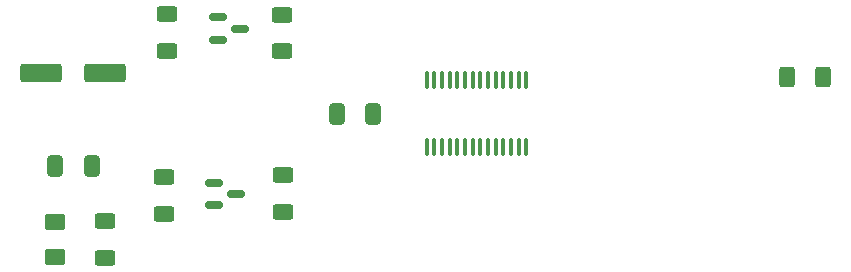
<source format=gtp>
%TF.GenerationSoftware,KiCad,Pcbnew,8.0.0*%
%TF.CreationDate,2024-05-08T19:08:40-04:00*%
%TF.ProjectId,16ChannelServoControllerDaughterboardDesign,31364368-616e-46e6-956c-536572766f43,rev?*%
%TF.SameCoordinates,Original*%
%TF.FileFunction,Paste,Top*%
%TF.FilePolarity,Positive*%
%FSLAX46Y46*%
G04 Gerber Fmt 4.6, Leading zero omitted, Abs format (unit mm)*
G04 Created by KiCad (PCBNEW 8.0.0) date 2024-05-08 19:08:40*
%MOMM*%
%LPD*%
G01*
G04 APERTURE LIST*
G04 Aperture macros list*
%AMRoundRect*
0 Rectangle with rounded corners*
0 $1 Rounding radius*
0 $2 $3 $4 $5 $6 $7 $8 $9 X,Y pos of 4 corners*
0 Add a 4 corners polygon primitive as box body*
4,1,4,$2,$3,$4,$5,$6,$7,$8,$9,$2,$3,0*
0 Add four circle primitives for the rounded corners*
1,1,$1+$1,$2,$3*
1,1,$1+$1,$4,$5*
1,1,$1+$1,$6,$7*
1,1,$1+$1,$8,$9*
0 Add four rect primitives between the rounded corners*
20,1,$1+$1,$2,$3,$4,$5,0*
20,1,$1+$1,$4,$5,$6,$7,0*
20,1,$1+$1,$6,$7,$8,$9,0*
20,1,$1+$1,$8,$9,$2,$3,0*%
G04 Aperture macros list end*
%ADD10RoundRect,0.100000X0.100000X-0.637500X0.100000X0.637500X-0.100000X0.637500X-0.100000X-0.637500X0*%
%ADD11RoundRect,0.250000X0.412500X0.650000X-0.412500X0.650000X-0.412500X-0.650000X0.412500X-0.650000X0*%
%ADD12RoundRect,0.250000X0.625000X-0.400000X0.625000X0.400000X-0.625000X0.400000X-0.625000X-0.400000X0*%
%ADD13RoundRect,0.250000X-0.625000X0.400000X-0.625000X-0.400000X0.625000X-0.400000X0.625000X0.400000X0*%
%ADD14RoundRect,0.250001X-0.624999X0.462499X-0.624999X-0.462499X0.624999X-0.462499X0.624999X0.462499X0*%
%ADD15RoundRect,0.150000X-0.587500X-0.150000X0.587500X-0.150000X0.587500X0.150000X-0.587500X0.150000X0*%
%ADD16RoundRect,0.250000X1.500000X0.550000X-1.500000X0.550000X-1.500000X-0.550000X1.500000X-0.550000X0*%
%ADD17RoundRect,0.250000X-0.400000X-0.625000X0.400000X-0.625000X0.400000X0.625000X-0.400000X0.625000X0*%
G04 APERTURE END LIST*
D10*
%TO.C,U1*%
X144200000Y-102200000D03*
X144850000Y-102200000D03*
X145500000Y-102200000D03*
X146150000Y-102200000D03*
X146800000Y-102200000D03*
X147450000Y-102200000D03*
X148100000Y-102200000D03*
X148750000Y-102200000D03*
X149400000Y-102200000D03*
X150050000Y-102200000D03*
X150700000Y-102200000D03*
X151350000Y-102200000D03*
X152000000Y-102200000D03*
X152650000Y-102200000D03*
X152650000Y-96475000D03*
X152000000Y-96475000D03*
X151350000Y-96475000D03*
X150700000Y-96475000D03*
X150050000Y-96475000D03*
X149400000Y-96475000D03*
X148750000Y-96475000D03*
X148100000Y-96475000D03*
X147450000Y-96475000D03*
X146800000Y-96475000D03*
X146150000Y-96475000D03*
X145500000Y-96475000D03*
X144850000Y-96475000D03*
X144200000Y-96475000D03*
%TD*%
D11*
%TO.C,C3*%
X115862500Y-103737500D03*
X112737500Y-103737500D03*
%TD*%
D12*
%TO.C,R1*%
X132000000Y-94050000D03*
X132000000Y-90950000D03*
%TD*%
D13*
%TO.C,R3*%
X122000000Y-104700000D03*
X122000000Y-107800000D03*
%TD*%
D14*
%TO.C,D2*%
X112715000Y-108485000D03*
X112715000Y-111460000D03*
%TD*%
D13*
%TO.C,R4*%
X132050000Y-104550000D03*
X132050000Y-107650000D03*
%TD*%
D15*
%TO.C,Q1*%
X126550000Y-91200000D03*
X126550000Y-93100000D03*
X128425000Y-92150000D03*
%TD*%
D13*
%TO.C,R2*%
X122200000Y-90900000D03*
X122200000Y-94000000D03*
%TD*%
D16*
%TO.C,C2*%
X116950000Y-95925000D03*
X111550000Y-95925000D03*
%TD*%
D17*
%TO.C,R5*%
X174700000Y-96200000D03*
X177800000Y-96200000D03*
%TD*%
D13*
%TO.C,R7*%
X117000000Y-108450000D03*
X117000000Y-111550000D03*
%TD*%
D11*
%TO.C,C1*%
X139700000Y-99400000D03*
X136575000Y-99400000D03*
%TD*%
D15*
%TO.C,Q2*%
X126175000Y-105200000D03*
X126175000Y-107100000D03*
X128050000Y-106150000D03*
%TD*%
M02*

</source>
